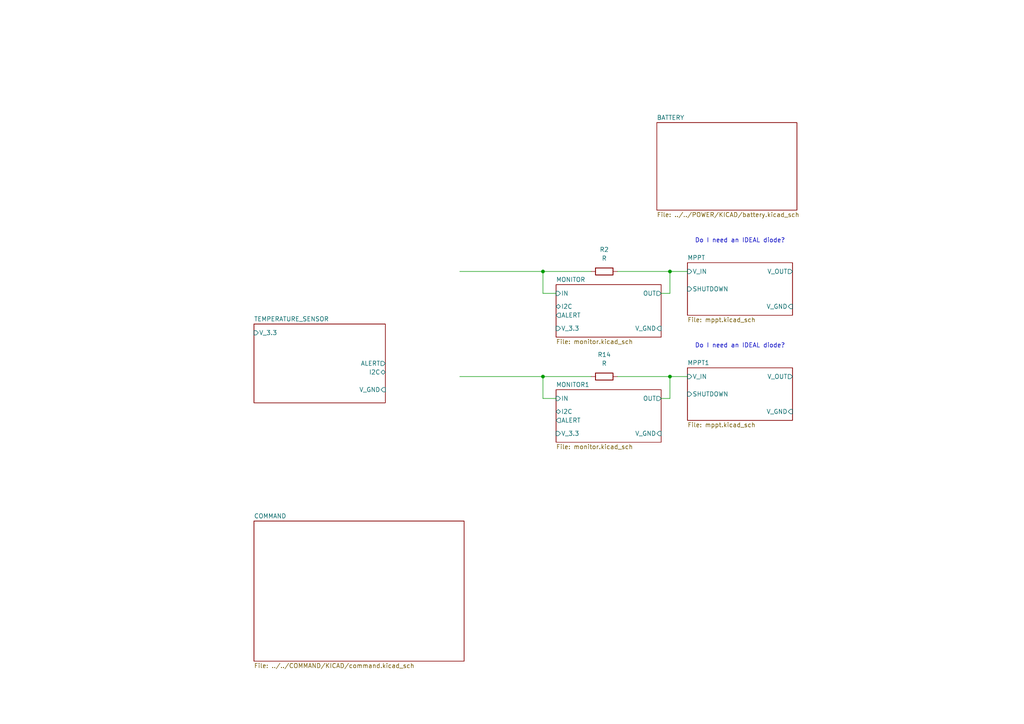
<source format=kicad_sch>
(kicad_sch (version 20231120) (generator "eeschema") (generator_version "8.0")
  (paper "A4")
  (lib_symbols
    (symbol "Device:R" (pin_numbers hide) (pin_names (offset 0))
      (property "Reference" "R" (at 2.032 0 90))
      (property "Value" "R" (at 0 0 90))
      (symbol "R_0_1"
        (rectangle (start -1.016 -2.54) (end 1.016 2.54) (stroke (width 0.254)))
      )
      (symbol "R_1_1"
        (pin passive line (at 0 3.81 270) (length 1.27) (name "~") (number "1"))
        (pin passive line (at 0 -3.81 90) (length 1.27) (name "~") (number "2"))
      )
    )
  )
  (junction (at 194.31 78.74))
  (junction (at 194.31 109.22))
  (junction (at 157.48 109.22))
  (junction (at 157.48 78.74))
  (wire (pts (xy 157.48 78.74) (xy 133.35 78.74)))
  (wire (pts (xy 191.77 115.57) (xy 194.31 115.57)))
  (wire (pts (xy 157.48 78.74) (xy 157.48 85.09)))
  (wire (pts (xy 194.31 78.74) (xy 199.39 78.74)))
  (wire (pts (xy 157.48 85.09) (xy 161.29 85.09)))
  (wire (pts (xy 194.31 115.57) (xy 194.31 109.22)))
  (wire (pts (xy 194.31 109.22) (xy 199.39 109.22)))
  (wire (pts (xy 157.48 109.22) (xy 157.48 115.57)))
  (wire (pts (xy 194.31 85.09) (xy 194.31 78.74)))
  (wire (pts (xy 194.31 78.74) (xy 179.07 78.74)))
  (wire (pts (xy 171.45 109.22) (xy 157.48 109.22)))
  (wire (pts (xy 157.48 109.22) (xy 133.35 109.22)))
  (wire (pts (xy 191.77 85.09) (xy 194.31 85.09)))
  (wire (pts (xy 194.31 109.22) (xy 179.07 109.22)))
  (wire (pts (xy 171.45 78.74) (xy 157.48 78.74)))
  (wire (pts (xy 157.48 115.57) (xy 161.29 115.57)))
  (text "Do I need an IDEAL diode?" (at 214.63 100.33 0) (effects (font (size 1.27 1.27))))
  (text "Do I need an IDEAL diode?" (at 214.63 69.85 0) (effects (font (size 1.27 1.27))))
  (symbol (lib_id "Device:R") (at 175.26 78.74 90) (unit 1)
    (property "Reference" "R2" (at 175.26 72.39 90))
    (property "Value" "R" (at 175.26 74.93 90))
    (property "Description" "Resistor" (effects (hide yes)))
  )
  (symbol (lib_id "Device:R") (at 175.26 109.22 90) (unit 1)
    (property "Reference" "R14" (at 175.26 102.87 90))
    (property "Value" "R" (at 175.26 105.41 90))
    (property "Description" "Resistor" (effects (hide yes)))
  )
  (sheet (at 190.5 35.56) (size 40.64 25.4) (stroke (width 0.1524))
    (property "Sheetname" "BATTERY" (at 190.5 34.8484 0) (effects (justify left bottom)))
    (property "Sheetfile" "../../POWER/KICAD/battery.kicad_sch" (at 190.5 61.5446 0) (effects (justify left top)))
  )
  (sheet (at 73.66 93.98) (size 38.1 22.86) (stroke (width 0.1524))
    (property "Sheetname" "TEMPERATURE_SENSOR" (at 73.66 93.2684 0) (effects (justify left bottom)))
    (property "Sheetfile" "../../COMMAND/KICAD/temperature_sensor.kicad_sch" (effects (hide yes)))
    (pin "I2C" bidirectional (at 111.76 107.95 0))
    (pin "V_3.3" input (at 73.66 96.52 180))
    (pin "ALERT" output (at 111.76 105.41 0))
    (pin "V_GND" input (at 111.76 113.03 0))
  )
  (sheet (at 199.39 76.2) (size 30.48 15.24) (stroke (width 0.1524))
    (property "Sheetname" "MPPT" (at 199.39 75.4884 0) (effects (justify left bottom)))
    (property "Sheetfile" "mppt.kicad_sch" (at 199.39 92.0246 0) (effects (justify left top)))
    (pin "V_GND" input (at 229.87 88.9 0))
    (pin "V_OUT" output (at 229.87 78.74 0))
    (pin "SHUTDOWN" input (at 199.39 83.82 180))
    (pin "V_IN" input (at 199.39 78.74 180))
  )
  (sheet (at 73.66 151.13) (size 60.96 40.64) (stroke (width 0.1524))
    (property "Sheetname" "COMMAND" (at 73.66 150.4184 0) (effects (justify left bottom)))
    (property "Sheetfile" "../../COMMAND/KICAD/command.kicad_sch" (at 73.66 192.3546 0) (effects (justify left top)))
  )
  (sheet (at 199.39 106.68) (size 30.48 15.24) (stroke (width 0.1524))
    (property "Sheetname" "MPPT1" (at 199.39 105.9684 0) (effects (justify left bottom)))
    (property "Sheetfile" "mppt.kicad_sch" (at 199.39 122.5046 0) (effects (justify left top)))
    (pin "V_GND" input (at 229.87 119.38 0))
    (pin "V_OUT" output (at 229.87 109.22 0))
    (pin "SHUTDOWN" input (at 199.39 114.3 180))
    (pin "V_IN" input (at 199.39 109.22 180))
  )
  (sheet (at 161.29 82.55) (size 30.48 15.24) (stroke (width 0.1524))
    (property "Sheetname" "MONITOR" (at 161.29 81.8384 0) (effects (justify left bottom)))
    (property "Sheetfile" "monitor.kicad_sch" (at 161.29 98.3746 0) (effects (justify left top)))
    (pin "IN" input (at 161.29 85.09 180))
    (pin "OUT" output (at 191.77 85.09 0))
    (pin "V_GND" input (at 191.77 95.25 0))
    (pin "V_3.3" input (at 161.29 95.25 180))
    (pin "I2C" bidirectional (at 161.29 88.9 180))
    (pin "ALERT" output (at 161.29 91.44 180))
  )
  (sheet (at 161.29 113.03) (size 30.48 15.24) (stroke (width 0.1524))
    (property "Sheetname" "MONITOR1" (at 161.29 112.3184 0) (effects (justify left bottom)))
    (property "Sheetfile" "monitor.kicad_sch" (at 161.29 128.8546 0) (effects (justify left top)))
    (pin "IN" input (at 161.29 115.57 180))
    (pin "OUT" output (at 191.77 115.57 0))
    (pin "V_GND" input (at 191.77 125.73 0))
    (pin "V_3.3" input (at 161.29 125.73 180))
    (pin "I2C" bidirectional (at 161.29 119.38 180))
    (pin "ALERT" output (at 161.29 121.92 180))
  )
)
</source>
